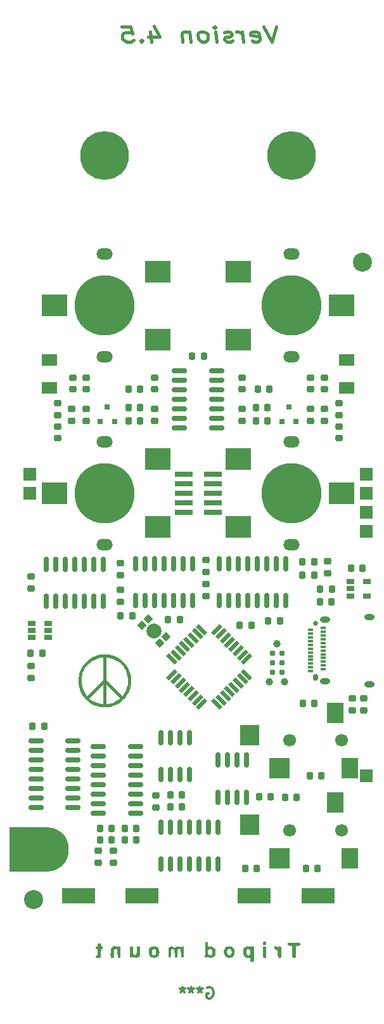
<source format=gbr>
G04 #@! TF.GenerationSoftware,KiCad,Pcbnew,6.0.11-2627ca5db0~126~ubuntu22.04.1*
G04 #@! TF.CreationDate,2023-08-06T14:10:24+02:00*
G04 #@! TF.ProjectId,OpenThereminV45,4f70656e-5468-4657-9265-6d696e563435,rev?*
G04 #@! TF.SameCoordinates,Original*
G04 #@! TF.FileFunction,Soldermask,Bot*
G04 #@! TF.FilePolarity,Negative*
%FSLAX46Y46*%
G04 Gerber Fmt 4.6, Leading zero omitted, Abs format (unit mm)*
G04 Created by KiCad (PCBNEW 6.0.11-2627ca5db0~126~ubuntu22.04.1) date 2023-08-06 14:10:24*
%MOMM*%
%LPD*%
G01*
G04 APERTURE LIST*
G04 Aperture macros list*
%AMRoundRect*
0 Rectangle with rounded corners*
0 $1 Rounding radius*
0 $2 $3 $4 $5 $6 $7 $8 $9 X,Y pos of 4 corners*
0 Add a 4 corners polygon primitive as box body*
4,1,4,$2,$3,$4,$5,$6,$7,$8,$9,$2,$3,0*
0 Add four circle primitives for the rounded corners*
1,1,$1+$1,$2,$3*
1,1,$1+$1,$4,$5*
1,1,$1+$1,$6,$7*
1,1,$1+$1,$8,$9*
0 Add four rect primitives between the rounded corners*
20,1,$1+$1,$2,$3,$4,$5,0*
20,1,$1+$1,$4,$5,$6,$7,0*
20,1,$1+$1,$6,$7,$8,$9,0*
20,1,$1+$1,$8,$9,$2,$3,0*%
%AMRotRect*
0 Rectangle, with rotation*
0 The origin of the aperture is its center*
0 $1 length*
0 $2 width*
0 $3 Rotation angle, in degrees counterclockwise*
0 Add horizontal line*
21,1,$1,$2,0,0,$3*%
G04 Aperture macros list end*
%ADD10C,0.400000*%
%ADD11C,0.300000*%
%ADD12C,0.010000*%
%ADD13R,5.000000X6.000000*%
%ADD14C,6.000000*%
%ADD15C,6.500000*%
%ADD16O,2.200000X1.500000*%
%ADD17C,8.000000*%
%ADD18R,3.500000X3.000000*%
%ADD19O,0.650000X0.950000*%
%ADD20C,0.650000*%
%ADD21R,0.700000X0.300000*%
%ADD22O,1.400000X0.800000*%
%ADD23R,0.800100X0.800100*%
%ADD24RoundRect,0.218750X0.256250X-0.218750X0.256250X0.218750X-0.256250X0.218750X-0.256250X-0.218750X0*%
%ADD25RoundRect,0.218750X-0.256250X0.218750X-0.256250X-0.218750X0.256250X-0.218750X0.256250X0.218750X0*%
%ADD26RoundRect,0.218750X0.218750X0.256250X-0.218750X0.256250X-0.218750X-0.256250X0.218750X-0.256250X0*%
%ADD27RoundRect,0.218750X-0.218750X-0.256250X0.218750X-0.256250X0.218750X0.256250X-0.218750X0.256250X0*%
%ADD28RoundRect,0.150000X0.150000X-0.825000X0.150000X0.825000X-0.150000X0.825000X-0.150000X-0.825000X0*%
%ADD29RoundRect,0.150000X-0.825000X-0.150000X0.825000X-0.150000X0.825000X0.150000X-0.825000X0.150000X0*%
%ADD30RoundRect,0.150000X-0.150000X0.825000X-0.150000X-0.825000X0.150000X-0.825000X0.150000X0.825000X0*%
%ADD31R,1.060000X0.650000*%
%ADD32R,4.500000X2.000000*%
%ADD33C,2.000000*%
%ADD34RotRect,0.900000X0.850000X135.000000*%
%ADD35RoundRect,0.150000X0.825000X0.150000X-0.825000X0.150000X-0.825000X-0.150000X0.825000X-0.150000X0*%
%ADD36R,1.700000X1.700000*%
%ADD37C,0.990600*%
%ADD38C,0.787400*%
%ADD39C,1.700000*%
%ADD40R,2.200000X2.800000*%
%ADD41R,2.800000X2.800000*%
%ADD42R,2.600000X2.800000*%
%ADD43C,2.540000*%
%ADD44RotRect,1.600000X0.550000X45.000000*%
%ADD45RotRect,1.600000X0.550000X315.000000*%
%ADD46R,2.000000X1.500000*%
%ADD47R,2.400000X0.740000*%
G04 APERTURE END LIST*
D10*
X110415535Y-38544761D02*
X109832202Y-40544761D01*
X108748869Y-38544761D01*
X107201250Y-40449523D02*
X107451250Y-40544761D01*
X107927440Y-40544761D01*
X108153630Y-40449523D01*
X108248869Y-40259047D01*
X108153630Y-39497142D01*
X108010773Y-39306666D01*
X107760773Y-39211428D01*
X107284583Y-39211428D01*
X107058392Y-39306666D01*
X106963154Y-39497142D01*
X106986964Y-39687619D01*
X108201250Y-39878095D01*
X106022678Y-40544761D02*
X105856011Y-39211428D01*
X105903630Y-39592380D02*
X105760773Y-39401904D01*
X105629821Y-39306666D01*
X105379821Y-39211428D01*
X105141726Y-39211428D01*
X104582202Y-40449523D02*
X104356011Y-40544761D01*
X103879821Y-40544761D01*
X103629821Y-40449523D01*
X103486964Y-40259047D01*
X103475059Y-40163809D01*
X103570297Y-39973333D01*
X103796488Y-39878095D01*
X104153630Y-39878095D01*
X104379821Y-39782857D01*
X104475059Y-39592380D01*
X104463154Y-39497142D01*
X104320297Y-39306666D01*
X104070297Y-39211428D01*
X103713154Y-39211428D01*
X103486964Y-39306666D01*
X102451250Y-40544761D02*
X102284583Y-39211428D01*
X102201250Y-38544761D02*
X102332202Y-38640000D01*
X102225059Y-38735238D01*
X102094107Y-38640000D01*
X102201250Y-38544761D01*
X102225059Y-38735238D01*
X100903630Y-40544761D02*
X101129821Y-40449523D01*
X101236964Y-40354285D01*
X101332202Y-40163809D01*
X101260773Y-39592380D01*
X101117916Y-39401904D01*
X100986964Y-39306666D01*
X100736964Y-39211428D01*
X100379821Y-39211428D01*
X100153630Y-39306666D01*
X100046488Y-39401904D01*
X99951250Y-39592380D01*
X100022678Y-40163809D01*
X100165535Y-40354285D01*
X100296488Y-40449523D01*
X100546488Y-40544761D01*
X100903630Y-40544761D01*
X98832202Y-39211428D02*
X98998869Y-40544761D01*
X98856011Y-39401904D02*
X98725059Y-39306666D01*
X98475059Y-39211428D01*
X98117916Y-39211428D01*
X97891726Y-39306666D01*
X97796488Y-39497142D01*
X97927440Y-40544761D01*
X93594107Y-39211428D02*
X93760773Y-40544761D01*
X94094107Y-38449523D02*
X94867916Y-39878095D01*
X93320297Y-39878095D01*
X92427440Y-40354285D02*
X92320297Y-40449523D01*
X92451250Y-40544761D01*
X92558392Y-40449523D01*
X92427440Y-40354285D01*
X92451250Y-40544761D01*
X89820297Y-38544761D02*
X91010773Y-38544761D01*
X91248869Y-39497142D01*
X91117916Y-39401904D01*
X90867916Y-39306666D01*
X90272678Y-39306666D01*
X90046488Y-39401904D01*
X89939345Y-39497142D01*
X89844107Y-39687619D01*
X89903630Y-40163809D01*
X90046488Y-40354285D01*
X90177440Y-40449523D01*
X90427440Y-40544761D01*
X91022678Y-40544761D01*
X91248869Y-40449523D01*
X91356011Y-40354285D01*
D11*
X101172571Y-166708000D02*
X101317714Y-166635428D01*
X101535428Y-166635428D01*
X101753142Y-166708000D01*
X101898285Y-166853142D01*
X101970857Y-166998285D01*
X102043428Y-167288571D01*
X102043428Y-167506285D01*
X101970857Y-167796571D01*
X101898285Y-167941714D01*
X101753142Y-168086857D01*
X101535428Y-168159428D01*
X101390285Y-168159428D01*
X101172571Y-168086857D01*
X101100000Y-168014285D01*
X101100000Y-167506285D01*
X101390285Y-167506285D01*
X100229142Y-166635428D02*
X100229142Y-166998285D01*
X100592000Y-166853142D02*
X100229142Y-166998285D01*
X99866285Y-166853142D01*
X100446857Y-167288571D02*
X100229142Y-166998285D01*
X100011428Y-167288571D01*
X99068000Y-166635428D02*
X99068000Y-166998285D01*
X99430857Y-166853142D02*
X99068000Y-166998285D01*
X98705142Y-166853142D01*
X99285714Y-167288571D02*
X99068000Y-166998285D01*
X98850285Y-167288571D01*
X97906857Y-166635428D02*
X97906857Y-166998285D01*
X98269714Y-166853142D02*
X97906857Y-166998285D01*
X97544000Y-166853142D01*
X98124571Y-167288571D02*
X97906857Y-166998285D01*
X97689142Y-167288571D01*
G36*
X89525728Y-128597778D02*
G01*
X89211446Y-128800100D01*
X88877197Y-128966667D01*
X88525033Y-129096252D01*
X88157006Y-129187625D01*
X87775167Y-129239560D01*
X87704691Y-129245433D01*
X87623275Y-129252498D01*
X87565288Y-129257876D01*
X87540116Y-129260721D01*
X87528200Y-129261950D01*
X87475165Y-129260798D01*
X87392830Y-129255023D01*
X87289912Y-129245578D01*
X87175129Y-129233415D01*
X87057197Y-129219489D01*
X86944835Y-129204753D01*
X86846758Y-129190161D01*
X86771684Y-129176666D01*
X86734687Y-129168758D01*
X86371531Y-129068396D01*
X86027901Y-128932326D01*
X85705415Y-128763026D01*
X85405690Y-128562975D01*
X85130345Y-128334652D01*
X84909989Y-128110083D01*
X85381316Y-128110083D01*
X85472283Y-128192094D01*
X85666441Y-128346938D01*
X85910435Y-128500803D01*
X86180658Y-128635648D01*
X86469747Y-128748248D01*
X86770335Y-128835378D01*
X87075060Y-128893814D01*
X87144581Y-128903517D01*
X87226718Y-128914615D01*
X87286112Y-128922194D01*
X87313185Y-128925000D01*
X87648167Y-128925000D01*
X87695792Y-128922323D01*
X87711003Y-128921298D01*
X87804380Y-128910955D01*
X87921909Y-128893375D01*
X88049585Y-128870979D01*
X88173401Y-128846190D01*
X88279353Y-128821428D01*
X88409531Y-128784092D01*
X88654176Y-128696193D01*
X88896104Y-128587964D01*
X89125413Y-128464485D01*
X89332196Y-128330835D01*
X89506551Y-128192094D01*
X89597518Y-128110083D01*
X88622843Y-127136502D01*
X87648167Y-126162922D01*
X87648167Y-128925000D01*
X87313185Y-128925000D01*
X87314360Y-128921892D01*
X87317309Y-128885939D01*
X87320077Y-128812512D01*
X87322620Y-128705120D01*
X87324894Y-128567271D01*
X87326854Y-128402473D01*
X87328456Y-128214235D01*
X87329655Y-128006065D01*
X87330407Y-127781471D01*
X87330667Y-127543961D01*
X87330667Y-126162922D01*
X86355992Y-127136502D01*
X85381316Y-128110083D01*
X84909989Y-128110083D01*
X84880995Y-128080535D01*
X84659260Y-127803102D01*
X84466755Y-127504834D01*
X84305099Y-127188208D01*
X84175908Y-126855703D01*
X84080801Y-126509799D01*
X84021395Y-126152972D01*
X84003213Y-125852290D01*
X84329211Y-125852290D01*
X84359559Y-126204952D01*
X84429771Y-126552904D01*
X84539514Y-126893153D01*
X84688456Y-127222710D01*
X84876264Y-127538583D01*
X84882180Y-127547328D01*
X84942345Y-127632017D01*
X85005148Y-127714376D01*
X85057906Y-127777711D01*
X85139917Y-127868673D01*
X87330363Y-125676069D01*
X87648167Y-125676069D01*
X88745548Y-126773298D01*
X89842929Y-127870526D01*
X89938197Y-127757471D01*
X90046322Y-127620383D01*
X90230911Y-127336620D01*
X90383915Y-127030343D01*
X90503833Y-126706836D01*
X90589166Y-126371386D01*
X90638413Y-126029278D01*
X90650074Y-125685796D01*
X90622648Y-125346226D01*
X90585186Y-125131254D01*
X90491294Y-124778278D01*
X90361331Y-124444276D01*
X90197330Y-124131278D01*
X90001321Y-123841319D01*
X89775338Y-123576429D01*
X89521413Y-123338641D01*
X89241578Y-123129987D01*
X88937864Y-122952499D01*
X88612304Y-122808209D01*
X88266930Y-122699149D01*
X87903774Y-122627352D01*
X87834253Y-122617649D01*
X87752117Y-122606550D01*
X87692722Y-122598971D01*
X87665649Y-122596166D01*
X87663048Y-122613295D01*
X87660327Y-122669562D01*
X87657785Y-122761815D01*
X87655460Y-122886732D01*
X87653389Y-123040989D01*
X87651610Y-123221266D01*
X87650160Y-123424240D01*
X87649078Y-123646588D01*
X87648401Y-123884988D01*
X87648167Y-124135966D01*
X87648167Y-125676069D01*
X87330363Y-125676069D01*
X87330667Y-125675765D01*
X87330667Y-124135966D01*
X87330473Y-123906979D01*
X87329834Y-123667310D01*
X87328787Y-123443394D01*
X87327369Y-123238554D01*
X87325618Y-123056113D01*
X87323571Y-122899392D01*
X87321267Y-122771714D01*
X87318743Y-122676403D01*
X87316036Y-122616779D01*
X87313185Y-122596166D01*
X87296747Y-122597721D01*
X87244917Y-122604167D01*
X87167828Y-122614462D01*
X87075060Y-122627352D01*
X86942962Y-122648678D01*
X86585560Y-122734192D01*
X86245820Y-122856704D01*
X85925976Y-123014466D01*
X85628262Y-123205731D01*
X85354911Y-123428751D01*
X85108155Y-123681778D01*
X84890229Y-123963065D01*
X84703366Y-124270865D01*
X84549798Y-124603429D01*
X84480678Y-124795944D01*
X84389438Y-125144795D01*
X84339060Y-125497907D01*
X84329211Y-125852290D01*
X84003213Y-125852290D01*
X83999307Y-125787703D01*
X84016155Y-125416471D01*
X84073555Y-125041752D01*
X84103984Y-124909215D01*
X84214811Y-124551920D01*
X84363580Y-124207935D01*
X84547791Y-123881365D01*
X84764945Y-123576314D01*
X85012542Y-123296887D01*
X85288084Y-123047189D01*
X85573970Y-122839165D01*
X85896094Y-122652951D01*
X86232617Y-122503746D01*
X86580362Y-122391550D01*
X86936151Y-122316363D01*
X87296806Y-122278185D01*
X87659151Y-122277016D01*
X88020007Y-122312855D01*
X88376198Y-122385704D01*
X88724545Y-122495562D01*
X89061871Y-122642428D01*
X89384999Y-122826304D01*
X89690750Y-123047189D01*
X89712803Y-123065175D01*
X89987867Y-123317773D01*
X90230337Y-123594453D01*
X90439720Y-123892094D01*
X90615524Y-124207576D01*
X90757257Y-124537781D01*
X90864426Y-124879587D01*
X90936539Y-125229875D01*
X90973103Y-125585526D01*
X90973250Y-125685796D01*
X90973627Y-125943419D01*
X90937616Y-126300435D01*
X90864580Y-126653455D01*
X90754026Y-126999357D01*
X90605461Y-127335023D01*
X90418393Y-127657332D01*
X90328258Y-127788568D01*
X90086186Y-128090784D01*
X90067026Y-128110083D01*
X89817992Y-128360930D01*
X89525728Y-128597778D01*
G37*
D12*
X89525728Y-128597778D02*
X89211446Y-128800100D01*
X88877197Y-128966667D01*
X88525033Y-129096252D01*
X88157006Y-129187625D01*
X87775167Y-129239560D01*
X87704691Y-129245433D01*
X87623275Y-129252498D01*
X87565288Y-129257876D01*
X87540116Y-129260721D01*
X87528200Y-129261950D01*
X87475165Y-129260798D01*
X87392830Y-129255023D01*
X87289912Y-129245578D01*
X87175129Y-129233415D01*
X87057197Y-129219489D01*
X86944835Y-129204753D01*
X86846758Y-129190161D01*
X86771684Y-129176666D01*
X86734687Y-129168758D01*
X86371531Y-129068396D01*
X86027901Y-128932326D01*
X85705415Y-128763026D01*
X85405690Y-128562975D01*
X85130345Y-128334652D01*
X84909989Y-128110083D01*
X85381316Y-128110083D01*
X85472283Y-128192094D01*
X85666441Y-128346938D01*
X85910435Y-128500803D01*
X86180658Y-128635648D01*
X86469747Y-128748248D01*
X86770335Y-128835378D01*
X87075060Y-128893814D01*
X87144581Y-128903517D01*
X87226718Y-128914615D01*
X87286112Y-128922194D01*
X87313185Y-128925000D01*
X87648167Y-128925000D01*
X87695792Y-128922323D01*
X87711003Y-128921298D01*
X87804380Y-128910955D01*
X87921909Y-128893375D01*
X88049585Y-128870979D01*
X88173401Y-128846190D01*
X88279353Y-128821428D01*
X88409531Y-128784092D01*
X88654176Y-128696193D01*
X88896104Y-128587964D01*
X89125413Y-128464485D01*
X89332196Y-128330835D01*
X89506551Y-128192094D01*
X89597518Y-128110083D01*
X88622843Y-127136502D01*
X87648167Y-126162922D01*
X87648167Y-128925000D01*
X87313185Y-128925000D01*
X87314360Y-128921892D01*
X87317309Y-128885939D01*
X87320077Y-128812512D01*
X87322620Y-128705120D01*
X87324894Y-128567271D01*
X87326854Y-128402473D01*
X87328456Y-128214235D01*
X87329655Y-128006065D01*
X87330407Y-127781471D01*
X87330667Y-127543961D01*
X87330667Y-126162922D01*
X86355992Y-127136502D01*
X85381316Y-128110083D01*
X84909989Y-128110083D01*
X84880995Y-128080535D01*
X84659260Y-127803102D01*
X84466755Y-127504834D01*
X84305099Y-127188208D01*
X84175908Y-126855703D01*
X84080801Y-126509799D01*
X84021395Y-126152972D01*
X84003213Y-125852290D01*
X84329211Y-125852290D01*
X84359559Y-126204952D01*
X84429771Y-126552904D01*
X84539514Y-126893153D01*
X84688456Y-127222710D01*
X84876264Y-127538583D01*
X84882180Y-127547328D01*
X84942345Y-127632017D01*
X85005148Y-127714376D01*
X85057906Y-127777711D01*
X85139917Y-127868673D01*
X87330363Y-125676069D01*
X87648167Y-125676069D01*
X88745548Y-126773298D01*
X89842929Y-127870526D01*
X89938197Y-127757471D01*
X90046322Y-127620383D01*
X90230911Y-127336620D01*
X90383915Y-127030343D01*
X90503833Y-126706836D01*
X90589166Y-126371386D01*
X90638413Y-126029278D01*
X90650074Y-125685796D01*
X90622648Y-125346226D01*
X90585186Y-125131254D01*
X90491294Y-124778278D01*
X90361331Y-124444276D01*
X90197330Y-124131278D01*
X90001321Y-123841319D01*
X89775338Y-123576429D01*
X89521413Y-123338641D01*
X89241578Y-123129987D01*
X88937864Y-122952499D01*
X88612304Y-122808209D01*
X88266930Y-122699149D01*
X87903774Y-122627352D01*
X87834253Y-122617649D01*
X87752117Y-122606550D01*
X87692722Y-122598971D01*
X87665649Y-122596166D01*
X87663048Y-122613295D01*
X87660327Y-122669562D01*
X87657785Y-122761815D01*
X87655460Y-122886732D01*
X87653389Y-123040989D01*
X87651610Y-123221266D01*
X87650160Y-123424240D01*
X87649078Y-123646588D01*
X87648401Y-123884988D01*
X87648167Y-124135966D01*
X87648167Y-125676069D01*
X87330363Y-125676069D01*
X87330667Y-125675765D01*
X87330667Y-124135966D01*
X87330473Y-123906979D01*
X87329834Y-123667310D01*
X87328787Y-123443394D01*
X87327369Y-123238554D01*
X87325618Y-123056113D01*
X87323571Y-122899392D01*
X87321267Y-122771714D01*
X87318743Y-122676403D01*
X87316036Y-122616779D01*
X87313185Y-122596166D01*
X87296747Y-122597721D01*
X87244917Y-122604167D01*
X87167828Y-122614462D01*
X87075060Y-122627352D01*
X86942962Y-122648678D01*
X86585560Y-122734192D01*
X86245820Y-122856704D01*
X85925976Y-123014466D01*
X85628262Y-123205731D01*
X85354911Y-123428751D01*
X85108155Y-123681778D01*
X84890229Y-123963065D01*
X84703366Y-124270865D01*
X84549798Y-124603429D01*
X84480678Y-124795944D01*
X84389438Y-125144795D01*
X84339060Y-125497907D01*
X84329211Y-125852290D01*
X84003213Y-125852290D01*
X83999307Y-125787703D01*
X84016155Y-125416471D01*
X84073555Y-125041752D01*
X84103984Y-124909215D01*
X84214811Y-124551920D01*
X84363580Y-124207935D01*
X84547791Y-123881365D01*
X84764945Y-123576314D01*
X85012542Y-123296887D01*
X85288084Y-123047189D01*
X85573970Y-122839165D01*
X85896094Y-122652951D01*
X86232617Y-122503746D01*
X86580362Y-122391550D01*
X86936151Y-122316363D01*
X87296806Y-122278185D01*
X87659151Y-122277016D01*
X88020007Y-122312855D01*
X88376198Y-122385704D01*
X88724545Y-122495562D01*
X89061871Y-122642428D01*
X89384999Y-122826304D01*
X89690750Y-123047189D01*
X89712803Y-123065175D01*
X89987867Y-123317773D01*
X90230337Y-123594453D01*
X90439720Y-123892094D01*
X90615524Y-124207576D01*
X90757257Y-124537781D01*
X90864426Y-124879587D01*
X90936539Y-125229875D01*
X90973103Y-125585526D01*
X90973250Y-125685796D01*
X90973627Y-125943419D01*
X90937616Y-126300435D01*
X90864580Y-126653455D01*
X90754026Y-126999357D01*
X90605461Y-127335023D01*
X90418393Y-127657332D01*
X90328258Y-127788568D01*
X90086186Y-128090784D01*
X90067026Y-128110083D01*
X89817992Y-128360930D01*
X89525728Y-128597778D01*
G36*
X94817042Y-162114713D02*
G01*
X94749499Y-162355069D01*
X94618173Y-162540485D01*
X94423873Y-162669539D01*
X94384607Y-162685031D01*
X94177265Y-162722946D01*
X93948011Y-162709130D01*
X93732979Y-162644872D01*
X93590164Y-162552644D01*
X93467538Y-162387504D01*
X93402008Y-162162738D01*
X93394664Y-161942946D01*
X93809015Y-161942946D01*
X93810641Y-161989007D01*
X93836760Y-162144249D01*
X93886582Y-162277112D01*
X93949481Y-162356328D01*
X93988831Y-162372988D01*
X94105740Y-162384258D01*
X94223346Y-162361271D01*
X94245129Y-162349919D01*
X94322108Y-162259796D01*
X94374258Y-162120470D01*
X94397096Y-161958955D01*
X94386135Y-161802263D01*
X94336891Y-161677405D01*
X94247675Y-161581181D01*
X94125310Y-161525516D01*
X94006929Y-161540566D01*
X93905865Y-161619626D01*
X93835450Y-161755988D01*
X93809015Y-161942946D01*
X93394664Y-161942946D01*
X93392418Y-161875734D01*
X93392753Y-161869973D01*
X93435038Y-161612421D01*
X93529228Y-161420631D01*
X93678744Y-161291626D01*
X93887003Y-161222433D01*
X94157427Y-161210075D01*
X94277406Y-161218160D01*
X94400505Y-161238993D01*
X94489969Y-161279680D01*
X94576088Y-161350372D01*
X94697256Y-161490544D01*
X94795412Y-161703679D01*
X94826484Y-161958955D01*
X94826711Y-161960821D01*
X94817042Y-162114713D01*
G37*
G36*
X86865640Y-160775665D02*
G01*
X86941209Y-160782702D01*
X86987030Y-160815929D01*
X87016665Y-160894695D01*
X87043675Y-161038351D01*
X87053693Y-161088647D01*
X87093331Y-161175562D01*
X87163590Y-161208251D01*
X87218353Y-161225462D01*
X87249930Y-161278599D01*
X87257596Y-161390957D01*
X87253958Y-161474815D01*
X87229574Y-161547688D01*
X87172788Y-161576389D01*
X87150005Y-161581398D01*
X87094609Y-161606631D01*
X87058431Y-161658040D01*
X87037454Y-161750305D01*
X87027657Y-161898103D01*
X87025023Y-162116113D01*
X87024687Y-162182338D01*
X87017436Y-162391508D01*
X86996316Y-162535221D01*
X86955464Y-162628785D01*
X86889014Y-162687507D01*
X86791103Y-162726695D01*
X86713864Y-162749468D01*
X86637974Y-162764709D01*
X86573854Y-162756728D01*
X86479450Y-162725344D01*
X86426029Y-162703851D01*
X86361823Y-162647805D01*
X86345910Y-162551754D01*
X86347657Y-162511278D01*
X86380303Y-162429502D01*
X86473122Y-162376698D01*
X86600334Y-162328600D01*
X86600334Y-161955638D01*
X86599747Y-161830863D01*
X86594926Y-161697886D01*
X86582225Y-161623038D01*
X86558097Y-161590056D01*
X86518994Y-161582676D01*
X86400684Y-161568014D01*
X86325646Y-161508223D01*
X86303506Y-161391539D01*
X86320037Y-161286598D01*
X86387445Y-161220040D01*
X86518994Y-161200402D01*
X86569645Y-161187106D01*
X86594211Y-161132020D01*
X86600334Y-161013809D01*
X86604451Y-160923898D01*
X86636406Y-160830461D01*
X86715412Y-160786585D01*
X86859557Y-160775653D01*
X86865640Y-160775665D01*
G37*
G36*
X96584231Y-161213370D02*
G01*
X96769348Y-161286503D01*
X96909815Y-161372286D01*
X97018890Y-161286344D01*
X97023054Y-161283117D01*
X97178893Y-161214028D01*
X97363815Y-161209291D01*
X97551406Y-161269728D01*
X97563758Y-161276018D01*
X97660166Y-161311204D01*
X97701248Y-161290966D01*
X97712950Y-161277703D01*
X97787790Y-161252770D01*
X97904536Y-161242877D01*
X98091820Y-161242877D01*
X98091820Y-162687024D01*
X97710184Y-162687024D01*
X97709559Y-162230419D01*
X97709214Y-162165674D01*
X97700489Y-161922976D01*
X97677294Y-161750996D01*
X97635942Y-161638572D01*
X97572745Y-161574544D01*
X97484016Y-161547751D01*
X97480165Y-161547312D01*
X97388843Y-161544690D01*
X97324394Y-161568458D01*
X97282238Y-161630308D01*
X97257797Y-161741934D01*
X97246491Y-161915030D01*
X97243740Y-162161288D01*
X97243740Y-162687024D01*
X96862104Y-162687024D01*
X96861479Y-162230419D01*
X96861134Y-162165674D01*
X96852409Y-161922976D01*
X96829214Y-161750996D01*
X96787862Y-161638572D01*
X96724665Y-161574544D01*
X96635936Y-161547751D01*
X96632084Y-161547312D01*
X96540763Y-161544690D01*
X96476314Y-161568458D01*
X96434158Y-161630308D01*
X96409717Y-161741934D01*
X96398411Y-161915030D01*
X96395660Y-162161288D01*
X96395660Y-162687024D01*
X96007914Y-162687024D01*
X96035226Y-161405218D01*
X96154201Y-161302810D01*
X96218352Y-161258405D01*
X96391695Y-161204239D01*
X96584231Y-161213370D01*
G37*
G36*
X108948444Y-160577658D02*
G01*
X109050227Y-160630024D01*
X109066594Y-160649387D01*
X109109593Y-160759758D01*
X109109305Y-160884703D01*
X109064047Y-160981465D01*
X109053843Y-160989577D01*
X108965779Y-161017362D01*
X108841426Y-161021816D01*
X108770288Y-161015570D01*
X108700159Y-160994448D01*
X108670439Y-160938336D01*
X108658268Y-160822337D01*
X108657657Y-160813226D01*
X108663280Y-160671610D01*
X108700672Y-160599994D01*
X108701669Y-160599366D01*
X108816751Y-160566107D01*
X108948444Y-160577658D01*
G37*
G36*
X113181714Y-160689097D02*
G01*
X113368441Y-160694050D01*
X113509179Y-160703089D01*
X113587016Y-160716485D01*
X113612872Y-160735630D01*
X113648166Y-160818687D01*
X113655621Y-160929344D01*
X113635238Y-161031655D01*
X113587016Y-161089670D01*
X113546242Y-161099139D01*
X113432468Y-161110869D01*
X113290188Y-161115452D01*
X113060434Y-161115452D01*
X113060434Y-161897698D01*
X113060367Y-161967546D01*
X113058110Y-162246808D01*
X113052244Y-162451393D01*
X113042213Y-162589729D01*
X113027460Y-162670245D01*
X113007429Y-162701369D01*
X112925340Y-162720497D01*
X112797772Y-162725047D01*
X112677441Y-162710341D01*
X112602471Y-162678529D01*
X112590550Y-162656869D01*
X112572972Y-162568129D01*
X112560855Y-162411399D01*
X112553844Y-162181062D01*
X112551586Y-161871506D01*
X112551586Y-161115452D01*
X112305643Y-161115452D01*
X112199000Y-161110831D01*
X112076792Y-161092318D01*
X112008815Y-161064482D01*
X111999088Y-161053213D01*
X111963042Y-160953369D01*
X111966284Y-160833665D01*
X112008815Y-160741673D01*
X112042608Y-160730077D01*
X112150134Y-160716180D01*
X112313139Y-160704750D01*
X112514710Y-160696057D01*
X112737937Y-160690371D01*
X112965909Y-160687961D01*
X113181714Y-160689097D01*
G37*
G36*
X110319923Y-161187867D02*
G01*
X110418566Y-161211065D01*
X110521342Y-161268781D01*
X110561924Y-161303064D01*
X110614471Y-161317322D01*
X110678548Y-161270697D01*
X110749847Y-161227719D01*
X110893723Y-161200876D01*
X111042776Y-161226184D01*
X111067333Y-161245630D01*
X111085505Y-161290959D01*
X111097769Y-161373801D01*
X111105197Y-161506011D01*
X111108866Y-161699443D01*
X111109850Y-161965955D01*
X111108352Y-162228475D01*
X111102926Y-162441037D01*
X111092944Y-162585158D01*
X111077790Y-162669412D01*
X111056845Y-162702375D01*
X111044834Y-162706202D01*
X110956072Y-162716552D01*
X110834224Y-162716534D01*
X110664608Y-162708261D01*
X110641391Y-162253885D01*
X110635856Y-162158037D01*
X110614324Y-161939698D01*
X110579271Y-161789046D01*
X110524552Y-161693450D01*
X110444022Y-161640276D01*
X110331536Y-161616892D01*
X110266526Y-161608213D01*
X110219353Y-161582090D01*
X110201163Y-161517633D01*
X110198164Y-161391539D01*
X110199537Y-161286790D01*
X110211922Y-161213350D01*
X110247869Y-161187371D01*
X110319923Y-161187867D01*
G37*
G36*
X107454616Y-162313471D02*
G01*
X107456208Y-162579176D01*
X107455829Y-162812274D01*
X107453600Y-162999682D01*
X107449646Y-163128318D01*
X107444088Y-163185099D01*
X107434768Y-163198119D01*
X107355135Y-163228403D01*
X107210012Y-163239198D01*
X106996661Y-163239198D01*
X106996661Y-162688326D01*
X106749234Y-162714231D01*
X106635944Y-162721131D01*
X106410349Y-162693584D01*
X106238239Y-162603049D01*
X106117563Y-162447314D01*
X106046268Y-162224168D01*
X106024242Y-161955124D01*
X106451853Y-161955124D01*
X106452050Y-162093270D01*
X106475659Y-162188522D01*
X106529153Y-162272893D01*
X106591410Y-162335928D01*
X106706956Y-162386386D01*
X106818932Y-162366323D01*
X106914640Y-162283934D01*
X106981378Y-162147411D01*
X107006447Y-161964950D01*
X106981390Y-161783871D01*
X106911454Y-161643944D01*
X106808598Y-161559913D01*
X106684802Y-161541445D01*
X106552041Y-161598206D01*
X106516762Y-161635249D01*
X106476935Y-161737438D01*
X106454986Y-161906149D01*
X106451853Y-161955124D01*
X106024242Y-161955124D01*
X106022300Y-161931402D01*
X106023453Y-161853466D01*
X106055713Y-161591690D01*
X106133972Y-161399831D01*
X106260609Y-161275262D01*
X106438000Y-161215358D01*
X106668521Y-161217492D01*
X106778888Y-161229251D01*
X106975701Y-161244775D01*
X107166277Y-161254704D01*
X107441903Y-161264114D01*
X107450503Y-161964950D01*
X107453358Y-162197558D01*
X107454616Y-162313471D01*
G37*
G36*
X109014605Y-161219502D02*
G01*
X109062523Y-161264509D01*
X109092543Y-161350152D01*
X109108830Y-161487506D01*
X109115548Y-161687649D01*
X109116862Y-161961656D01*
X109116550Y-162073422D01*
X109112222Y-162330396D01*
X109102384Y-162512397D01*
X109086503Y-162626671D01*
X109064047Y-162680462D01*
X109053843Y-162688574D01*
X108965779Y-162716359D01*
X108841426Y-162720813D01*
X108671620Y-162708261D01*
X108671620Y-161221639D01*
X108833594Y-161208280D01*
X108848416Y-161207091D01*
X108944624Y-161204055D01*
X109014605Y-161219502D01*
G37*
G36*
X92232213Y-161830591D02*
G01*
X92221056Y-162085101D01*
X92201360Y-162302805D01*
X92170461Y-162459287D01*
X92124562Y-162567069D01*
X92059864Y-162638671D01*
X91972570Y-162686616D01*
X91891710Y-162710299D01*
X91725403Y-162725332D01*
X91561690Y-162707973D01*
X91439211Y-162660140D01*
X91428182Y-162652548D01*
X91352063Y-162616770D01*
X91308962Y-162641658D01*
X91301624Y-162650106D01*
X91223758Y-162676715D01*
X91090956Y-162679161D01*
X90904341Y-162665786D01*
X90904341Y-161264114D01*
X91099299Y-161251433D01*
X91294256Y-161238751D01*
X91318813Y-161705015D01*
X91329154Y-161859728D01*
X91347224Y-162040884D01*
X91368031Y-162180293D01*
X91388835Y-162256376D01*
X91445124Y-162325513D01*
X91560119Y-162373936D01*
X91685914Y-162348779D01*
X91702659Y-162338746D01*
X91733745Y-162306453D01*
X91754706Y-162249990D01*
X91768150Y-162154162D01*
X91776688Y-162003775D01*
X91782925Y-161783634D01*
X91794825Y-161264114D01*
X92022958Y-161251084D01*
X92251092Y-161238054D01*
X92232213Y-161830591D01*
G37*
G36*
X89062255Y-161222928D02*
G01*
X89078603Y-161231168D01*
X89185090Y-161264482D01*
X89274129Y-161241621D01*
X89371718Y-161213289D01*
X89496367Y-161208476D01*
X89632221Y-161221639D01*
X89643915Y-161920845D01*
X89646045Y-162083519D01*
X89646895Y-162304440D01*
X89645151Y-162486962D01*
X89641004Y-162615577D01*
X89634645Y-162674775D01*
X89631046Y-162681750D01*
X89568267Y-162716694D01*
X89464956Y-162728059D01*
X89356994Y-162715464D01*
X89280267Y-162678529D01*
X89275777Y-162673040D01*
X89250346Y-162588206D01*
X89234709Y-162424626D01*
X89229383Y-162187275D01*
X89227533Y-162057573D01*
X89218606Y-161878940D01*
X89203966Y-161740585D01*
X89185487Y-161664834D01*
X89124282Y-161611627D01*
X89013887Y-161583063D01*
X88896964Y-161591086D01*
X88811949Y-161638415D01*
X88794267Y-161692436D01*
X88776454Y-161817184D01*
X88762331Y-161992757D01*
X88753752Y-162201207D01*
X88741736Y-162708261D01*
X88579762Y-162721621D01*
X88557859Y-162723311D01*
X88448946Y-162723928D01*
X88374072Y-162699646D01*
X88327887Y-162638517D01*
X88305044Y-162528595D01*
X88300193Y-162357931D01*
X88307986Y-162114580D01*
X88322011Y-161861569D01*
X88343842Y-161652351D01*
X88376932Y-161500808D01*
X88425932Y-161392686D01*
X88495494Y-161313734D01*
X88590269Y-161249700D01*
X88601139Y-161243640D01*
X88766393Y-161173417D01*
X88909988Y-161167086D01*
X89062255Y-161222928D01*
G37*
G36*
X102279732Y-162302077D02*
G01*
X102179713Y-162502159D01*
X102027676Y-162643257D01*
X101874806Y-162707366D01*
X101664740Y-162722701D01*
X101463787Y-162662975D01*
X101367532Y-162625836D01*
X101322440Y-162642000D01*
X101303262Y-162657942D01*
X101219239Y-162678841D01*
X101094434Y-162687024D01*
X101061858Y-162686871D01*
X100951463Y-162680410D01*
X100905456Y-162660061D01*
X100907150Y-162619838D01*
X100910654Y-162601832D01*
X100917772Y-162506725D01*
X100923887Y-162345867D01*
X100928666Y-162132423D01*
X100930610Y-161974401D01*
X101314524Y-161974401D01*
X101320340Y-162115027D01*
X101346271Y-162227245D01*
X101399332Y-162304750D01*
X101486843Y-162360897D01*
X101611352Y-162389699D01*
X101704345Y-162378919D01*
X101819445Y-162311088D01*
X101886461Y-162177549D01*
X101908181Y-161974401D01*
X101893074Y-161771154D01*
X101842935Y-161636458D01*
X101751212Y-161562668D01*
X101611352Y-161540201D01*
X101472408Y-161562299D01*
X101380327Y-161635642D01*
X101329883Y-161769815D01*
X101314524Y-161974401D01*
X100930610Y-161974401D01*
X100931777Y-161879559D01*
X100932888Y-161600440D01*
X100932888Y-160648228D01*
X101314524Y-160648228D01*
X101314524Y-160971334D01*
X101314664Y-161032178D01*
X101318032Y-161171040D01*
X101328880Y-161245256D01*
X101351137Y-161270170D01*
X101388731Y-161261125D01*
X101412393Y-161252553D01*
X101519563Y-161228576D01*
X101653756Y-161210910D01*
X101720783Y-161207092D01*
X101859606Y-161225074D01*
X101989090Y-161292775D01*
X102083763Y-161363513D01*
X102211479Y-161501366D01*
X102285545Y-161667627D01*
X102320711Y-161888808D01*
X102322072Y-161974401D01*
X102323342Y-162054319D01*
X102279732Y-162302077D01*
G37*
G36*
X104779928Y-162435457D02*
G01*
X104651546Y-162591563D01*
X104467578Y-162688054D01*
X104400667Y-162702093D01*
X104256763Y-162714595D01*
X104096792Y-162714327D01*
X103959884Y-162703659D01*
X103860116Y-162676840D01*
X103774037Y-162618116D01*
X103667198Y-162511198D01*
X103612660Y-162449220D01*
X103492148Y-162251571D01*
X103441270Y-162031145D01*
X103445838Y-161940434D01*
X103871362Y-161940434D01*
X103897902Y-162131000D01*
X103991689Y-162289603D01*
X104032453Y-162327753D01*
X104158825Y-162388283D01*
X104280453Y-162371363D01*
X104383769Y-162281825D01*
X104455202Y-162124503D01*
X104477646Y-161983019D01*
X104461704Y-161816916D01*
X104404946Y-161680705D01*
X104319013Y-161582707D01*
X104215545Y-161531242D01*
X104106182Y-161534632D01*
X104002564Y-161601200D01*
X103916331Y-161739265D01*
X103915327Y-161741687D01*
X103871362Y-161940434D01*
X103445838Y-161940434D01*
X103454490Y-161768605D01*
X103463245Y-161723437D01*
X103546307Y-161525832D01*
X103685197Y-161356387D01*
X103858471Y-161242999D01*
X103931813Y-161221028D01*
X104106831Y-161203694D01*
X104301174Y-161215222D01*
X104480885Y-161252486D01*
X104612006Y-161312360D01*
X104613960Y-161313801D01*
X104760830Y-161471318D01*
X104847747Y-161683917D01*
X104876395Y-161955696D01*
X104874084Y-161983019D01*
X104854306Y-162216904D01*
X104779928Y-162435457D01*
G37*
D13*
X77250000Y-148250000D03*
D14*
X79750000Y-148250000D03*
D15*
X112500000Y-55750000D03*
X87500000Y-55750000D03*
D16*
X112500000Y-107600000D03*
X112500000Y-93900000D03*
D17*
X112500000Y-100750000D03*
D18*
X105350000Y-96250000D03*
X119150000Y-100750000D03*
X105350000Y-105250000D03*
D16*
X112500000Y-82600000D03*
X112500000Y-68900000D03*
D17*
X112500000Y-75750000D03*
D18*
X105350000Y-71250000D03*
X119150000Y-75750000D03*
X105350000Y-80250000D03*
D19*
X115690000Y-125350000D03*
D20*
X115690000Y-118150000D03*
D21*
X115030000Y-119000000D03*
X115030000Y-119500000D03*
X115030000Y-120000000D03*
X115030000Y-120500000D03*
X115030000Y-121000000D03*
X115030000Y-121500000D03*
X115030000Y-122000000D03*
X115030000Y-122500000D03*
X115030000Y-123000000D03*
X115030000Y-123500000D03*
X115030000Y-124000000D03*
X115030000Y-124500000D03*
X116730000Y-124250000D03*
X116730000Y-123750000D03*
X116730000Y-123250000D03*
X116730000Y-122750000D03*
X116730000Y-122250000D03*
X116730000Y-121750000D03*
X116730000Y-121250000D03*
X116730000Y-120750000D03*
X116730000Y-120250000D03*
X116730000Y-119750000D03*
X116730000Y-119250000D03*
X116730000Y-118750000D03*
D22*
X122890000Y-126240000D03*
X122890000Y-117260000D03*
X116940000Y-117620000D03*
X116940000Y-125880000D03*
D23*
X88824000Y-91237000D03*
X86924000Y-91237000D03*
X87874000Y-89238020D03*
D24*
X85014000Y-86919000D03*
X85014000Y-85344000D03*
X83236000Y-86919000D03*
X83236000Y-85344000D03*
D25*
X81204000Y-88773000D03*
X81204000Y-90348000D03*
X83109000Y-89535000D03*
X83109000Y-91110000D03*
D24*
X88697000Y-150063500D03*
X88697000Y-148488500D03*
D25*
X94348500Y-141122500D03*
X94348500Y-142697500D03*
X77648000Y-111912500D03*
X77648000Y-113487500D03*
X101079500Y-109690000D03*
X101079500Y-111265000D03*
D26*
X100762000Y-82474000D03*
X99187000Y-82474000D03*
X109550500Y-86919000D03*
X107975500Y-86919000D03*
X109296500Y-91110000D03*
X107721500Y-91110000D03*
D25*
X94158000Y-85344000D03*
X94158000Y-86919000D03*
D26*
X92253000Y-89332000D03*
X90678000Y-89332000D03*
D27*
X90678000Y-91110000D03*
X92253000Y-91110000D03*
D26*
X91770500Y-146990000D03*
X90195500Y-146990000D03*
D27*
X108142500Y-141290000D03*
X109717500Y-141290000D03*
D23*
X113076000Y-91250760D03*
X111176000Y-91250760D03*
X112126000Y-89251780D03*
D27*
X90678000Y-86919000D03*
X92253000Y-86919000D03*
D25*
X118796000Y-88773000D03*
X118796000Y-90348000D03*
D24*
X114986000Y-86919000D03*
X114986000Y-85344000D03*
D25*
X116891000Y-89560500D03*
X116891000Y-91135500D03*
D24*
X114986000Y-91135500D03*
X114986000Y-89560500D03*
X116891000Y-86919000D03*
X116891000Y-85344000D03*
D28*
X111684000Y-115110000D03*
X110414000Y-115110000D03*
X109144000Y-115110000D03*
X107874000Y-115110000D03*
X106604000Y-115110000D03*
X105334000Y-115110000D03*
X104064000Y-115110000D03*
X102794000Y-115110000D03*
X102794000Y-110160000D03*
X104064000Y-110160000D03*
X105334000Y-110160000D03*
X106604000Y-110160000D03*
X107874000Y-110160000D03*
X109144000Y-110160000D03*
X110414000Y-110160000D03*
X111684000Y-110160000D03*
D27*
X105562500Y-118415000D03*
X107137500Y-118415000D03*
D29*
X97525000Y-92060000D03*
X97525000Y-90790000D03*
X97525000Y-89520000D03*
X97525000Y-88250000D03*
X97525000Y-86980000D03*
X97525000Y-85710000D03*
X97525000Y-84440000D03*
X102475000Y-84440000D03*
X102475000Y-85710000D03*
X102475000Y-86980000D03*
X102475000Y-88250000D03*
X102475000Y-89520000D03*
X102475000Y-90790000D03*
X102475000Y-92060000D03*
D30*
X95047000Y-133339000D03*
X96317000Y-133339000D03*
X97587000Y-133339000D03*
X98857000Y-133339000D03*
X98857000Y-138289000D03*
X97587000Y-138289000D03*
X96317000Y-138289000D03*
X95047000Y-138289000D03*
D24*
X117272000Y-111455500D03*
X117272000Y-109880500D03*
D27*
X113944500Y-111684000D03*
X115519500Y-111684000D03*
X113944500Y-109906000D03*
X115519500Y-109906000D03*
X113960000Y-128830000D03*
X115535000Y-128830000D03*
D28*
X87300000Y-115175000D03*
X86030000Y-115175000D03*
X84760000Y-115175000D03*
X83490000Y-115175000D03*
X82220000Y-115175000D03*
X80950000Y-115175000D03*
X79680000Y-115175000D03*
X79680000Y-110225000D03*
X80950000Y-110225000D03*
X82220000Y-110225000D03*
X83490000Y-110225000D03*
X84760000Y-110225000D03*
X86030000Y-110225000D03*
X87300000Y-110225000D03*
D24*
X77648000Y-125425500D03*
X77648000Y-123850500D03*
D31*
X79934000Y-118100000D03*
X79934000Y-119050000D03*
X79934000Y-120000000D03*
X77734000Y-120000000D03*
X77734000Y-119050000D03*
X77734000Y-118100000D03*
D32*
X84007000Y-154491000D03*
X92507000Y-154491000D03*
D24*
X89586000Y-111709500D03*
X89586000Y-110134500D03*
D33*
X94100000Y-119150000D03*
D34*
X95673313Y-119910140D03*
X94860140Y-120723313D03*
X92526687Y-118389860D03*
X93339860Y-117576687D03*
D31*
X120320000Y-114470000D03*
X120320000Y-113520000D03*
X120320000Y-112570000D03*
X122520000Y-112570000D03*
X122520000Y-114470000D03*
D27*
X109347100Y-117830800D03*
X110922100Y-117830800D03*
D25*
X89586000Y-113690500D03*
X89586000Y-115265500D03*
D26*
X115964000Y-150808000D03*
X114389000Y-150808000D03*
D24*
X86665000Y-150038000D03*
X86665000Y-148463000D03*
D35*
X83298000Y-133782000D03*
X83298000Y-135052000D03*
X83298000Y-136322000D03*
X83298000Y-137592000D03*
X83298000Y-138862000D03*
X83298000Y-140132000D03*
X83298000Y-141402000D03*
X83298000Y-142672000D03*
X78348000Y-142672000D03*
X78348000Y-141402000D03*
X78348000Y-140132000D03*
X78348000Y-138862000D03*
X78348000Y-137592000D03*
X78348000Y-136322000D03*
X78348000Y-135052000D03*
X78348000Y-133782000D03*
D27*
X77876500Y-131877000D03*
X79451500Y-131877000D03*
D26*
X97866500Y-141021000D03*
X96291500Y-141021000D03*
X97866500Y-142608500D03*
X96291500Y-142608500D03*
X91199000Y-117145000D03*
X89624000Y-117145000D03*
D27*
X95999500Y-117653000D03*
X97574500Y-117653000D03*
X107721500Y-89332000D03*
X109296500Y-89332000D03*
D25*
X94158000Y-89535000D03*
X94158000Y-91110000D03*
D24*
X85014000Y-91110000D03*
X85014000Y-89535000D03*
D25*
X118796000Y-91872000D03*
X118796000Y-93447000D03*
D26*
X121996400Y-110744200D03*
X120421400Y-110744200D03*
D25*
X105842000Y-85344000D03*
X105842000Y-86919000D03*
X105842000Y-89512500D03*
X105842000Y-91087500D03*
X81204000Y-91872000D03*
X81204000Y-93447000D03*
D36*
X77500000Y-100750000D03*
X122500000Y-100750000D03*
X77500000Y-98210000D03*
X122500000Y-98210000D03*
D30*
X95047000Y-145277000D03*
X96317000Y-145277000D03*
X97587000Y-145277000D03*
X98857000Y-145277000D03*
X100127000Y-145277000D03*
X101397000Y-145277000D03*
X102667000Y-145277000D03*
X102667000Y-150227000D03*
X101397000Y-150227000D03*
X100127000Y-150227000D03*
X98857000Y-150227000D03*
X97587000Y-150227000D03*
X96317000Y-150227000D03*
X95047000Y-150227000D03*
D25*
X122103500Y-128166000D03*
X122103500Y-129741000D03*
D37*
X109525000Y-125892000D03*
X111557000Y-125892000D03*
X110541000Y-120812000D03*
D38*
X111176000Y-122082000D03*
X109906000Y-122082000D03*
X111176000Y-123352000D03*
X109906000Y-123352000D03*
X111176000Y-124622000D03*
X109906000Y-124622000D03*
D39*
X112200000Y-145750000D03*
X119200000Y-145750000D03*
D40*
X120300000Y-149450000D03*
X118300000Y-142050000D03*
D41*
X110900000Y-149450000D03*
D42*
X106900000Y-145000000D03*
D26*
X79197500Y-122098000D03*
X77622500Y-122098000D03*
D28*
X99238000Y-115110000D03*
X97968000Y-115110000D03*
X96698000Y-115110000D03*
X95428000Y-115110000D03*
X94158000Y-115110000D03*
X92888000Y-115110000D03*
X91618000Y-115110000D03*
X91618000Y-110160000D03*
X92888000Y-110160000D03*
X94158000Y-110160000D03*
X95428000Y-110160000D03*
X96698000Y-110160000D03*
X97968000Y-110160000D03*
X99238000Y-110160000D03*
D30*
X102642000Y-136380500D03*
X103912000Y-136380500D03*
X105182000Y-136380500D03*
X106452000Y-136380500D03*
X106452000Y-141330500D03*
X105182000Y-141330500D03*
X103912000Y-141330500D03*
X102642000Y-141330500D03*
D39*
X112200000Y-133750000D03*
X119200000Y-133750000D03*
D40*
X120300000Y-137450000D03*
X118300000Y-130050000D03*
D41*
X110900000Y-137450000D03*
D42*
X106900000Y-133000000D03*
D43*
X122000000Y-70000000D03*
X78000000Y-155000000D03*
D32*
X107493000Y-154491000D03*
X115993000Y-154491000D03*
D35*
X91618000Y-134544000D03*
X91618000Y-135814000D03*
X91618000Y-137084000D03*
X91618000Y-138354000D03*
X91618000Y-139624000D03*
X91618000Y-140894000D03*
X91618000Y-142164000D03*
X91618000Y-143434000D03*
X86668000Y-143434000D03*
X86668000Y-142164000D03*
X86668000Y-140894000D03*
X86668000Y-139624000D03*
X86668000Y-138354000D03*
X86668000Y-137084000D03*
X86668000Y-135814000D03*
X86668000Y-134544000D03*
D26*
X107836000Y-150808000D03*
X106261000Y-150808000D03*
D36*
X122500000Y-103290000D03*
X122500000Y-105830000D03*
D24*
X101016000Y-114503500D03*
X101016000Y-112928500D03*
D27*
X111612500Y-141310000D03*
X113187500Y-141310000D03*
D25*
X120579500Y-128166000D03*
X120579500Y-129741000D03*
D36*
X122500000Y-138430200D03*
D44*
X100468734Y-128925856D03*
X99903049Y-128360170D03*
X99337363Y-127794485D03*
X98771678Y-127228800D03*
X98205992Y-126663114D03*
X97640307Y-126097429D03*
X97074622Y-125531743D03*
X96508936Y-124966058D03*
D45*
X96508936Y-122915448D03*
X97074622Y-122349763D03*
X97640307Y-121784077D03*
X98205992Y-121218392D03*
X98771678Y-120652706D03*
X99337363Y-120087021D03*
X99903049Y-119521336D03*
X100468734Y-118955650D03*
D44*
X102519344Y-118955650D03*
X103085029Y-119521336D03*
X103650715Y-120087021D03*
X104216400Y-120652706D03*
X104782086Y-121218392D03*
X105347771Y-121784077D03*
X105913456Y-122349763D03*
X106479142Y-122915448D03*
D45*
X106479142Y-124966058D03*
X105913456Y-125531743D03*
X105347771Y-126097429D03*
X104782086Y-126663114D03*
X104216400Y-127228800D03*
X103650715Y-127794485D03*
X103085029Y-128360170D03*
X102519344Y-128925856D03*
D17*
X87500000Y-75750000D03*
D16*
X87500000Y-82600000D03*
X87500000Y-68900000D03*
D18*
X94650000Y-80250000D03*
X80850000Y-75750000D03*
X94650000Y-71250000D03*
D27*
X86882500Y-145490000D03*
X88457500Y-145490000D03*
D26*
X88457500Y-146980000D03*
X86882500Y-146980000D03*
D27*
X90195500Y-145466000D03*
X91770500Y-145466000D03*
D46*
X80140000Y-83020000D03*
X80140000Y-86720000D03*
X119860000Y-83020000D03*
X119860000Y-86720000D03*
D17*
X87500000Y-100750000D03*
D16*
X87500000Y-107600000D03*
X87500000Y-93900000D03*
D18*
X94650000Y-105250000D03*
X80850000Y-100750000D03*
X94650000Y-96250000D03*
D27*
X114897000Y-138488500D03*
X116472000Y-138488500D03*
X116255800Y-115240000D03*
X117830800Y-115240000D03*
X116295000Y-113530000D03*
X117870000Y-113530000D03*
D47*
X101950000Y-98210000D03*
X98050000Y-98210000D03*
X101950000Y-99480000D03*
X98050000Y-99480000D03*
X101950000Y-100750000D03*
X98050000Y-100750000D03*
X101950000Y-102020000D03*
X98050000Y-102020000D03*
X101950000Y-103290000D03*
X98050000Y-103290000D03*
M02*

</source>
